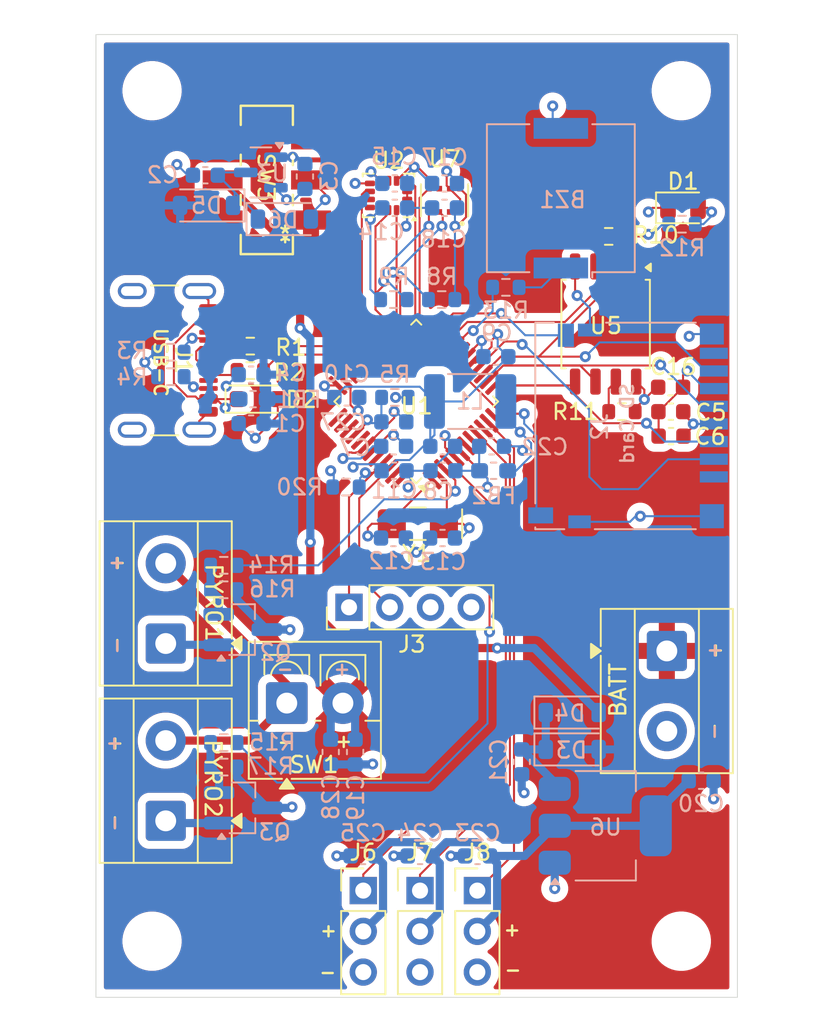
<source format=kicad_pcb>
(kicad_pcb (version 20241229) (generator "pcbnew") (generator_version "9.0")
  (layers (0 "F.Cu" signal "Front") (4 "In1.Cu" power "GND") (6 "In2.Cu" power "3V3") (2 "B.Cu" signal "Back") (13 "F.Paste" user) (15 "B.Paste" user) (5 "F.SilkS" user "F.Silkscreen") (7 "B.SilkS" user "B.Silkscreen") (1 "F.Mask" user) (3 "B.Mask" user) (25 "Edge.Cuts" user))
  (net 0 "")
  (net 1 "GND")
  (net 2 "+BATT")
  (net 3 "+VBUS")
  (net 4 "+3.3V")
  (net 5 "+1V2")
  (net 6 "XIN")
  (net 7 "XOUT")
  (net 8 "+5V")
  (net 9 "Net-(U1-VDDANA)")
  (net 10 "Net-(U1-~{RESET})")
  (net 11 "Net-(D2-A1)")
  (net 12 "Net-(J1-CC1)")
  (net 13 "Net-(J1-CC2)")
  (net 15 "Net-(J1-D--PadA7)")
  (net 16 "Net-(J1-D+-PadA6)")
  (net 18 "SCK")
  (net 20 "CS_SD")
  (net 21 "MISO")
  (net 22 "MOSI")
  (net 24 "SWDIO")
  (net 25 "SWDCLK")
  (net 26 "Net-(Q2-G)")
  (net 27 "Net-(Q3-G)")
  (net 28 "Net-(U1-PA24)")
  (net 29 "Net-(U1-PA25)")
  (net 30 "SDA")
  (net 31 "SCL")
  (net 32 "Net-(U5-~{WP}{slash}IO_{2})")
  (net 33 "Net-(U5-~{HOLD}{slash}~{RESET}{slash}IO_{3})")
  (net 34 "Net-(D1-A)")
  (net 35 "Net-(BZ1-+)")
  (net 36 "BUZZER")
  (net 37 "PYRO1")
  (net 38 "PYRO2")
  (net 41 "PWM1")
  (net 43 "PWM3")
  (net 44 "IMU_EXTI1")
  (net 49 "BAR_EXTI")
  (net 50 "CS_FM")
  (net 51 "IMU_EXTI2")
  (net 53 "PWM2")
  (net 60 "Net-(J9-Pin_1)")
  (net 61 "Net-(J10-Pin_2)")
  (net 62 "Net-(J10-Pin_1)")
  (net 63 "3V3_SW")
  (net 64 "5V_SW")
  (net 65 "DET_B")
  (net 66 "DET_A")
  (net 69 "FP")
  (net 73 "Net-(D5-K)")
  (net 74 "Net-(D3-K)")
  (footprint "TerminalBlock_MetzConnect:TerminalBlock_MetzConnect_Type055_RT01502HDWU_1x02_P5.00mm_Horizontal" (layer "F.Cu") (at 180.5995 94.412 -90)
    (property "Reference" "BATT")
    (property "Value" "Battery_Cell")
  )
  (footprint "MountingHole:MountingHole_3.2mm_M3" (layer "F.Cu") (at 148.5 112.5)
    (property "Reference" "REF**" (hide yes))
    (property "Value" "MountingHole_3.2mm_M3")
  )
  (footprint "Package_SO:SOIC-8_5.3x5.3mm_P1.27mm" (layer "F.Cu") (at 176.784 74.041 -90)
    (property "Reference" "U5")
    (property "Value" "W25Q16JVSS")
  )
  (footprint "Crystal:Crystal_SMD_MicroCrystal_CC7V-T1A-2Pin_3.2x1.5mm_HandSoldering" (layer "F.Cu") (at 165.074 86.487 180)
    (property "Reference" "Y1")
    (property "Value" "32.768kHz")
  )
  (footprint "Connector_PinHeader_2.54mm:PinHeader_1x03_P2.54mm_Vertical" (layer "F.Cu") (at 168.783 109.347)
    (property "Reference" "J8")
    (property "Value" "Conn_01x03_Pin")
  )
  (footprint "MountingHole:MountingHole_3.2mm_M3" (layer "F.Cu") (at 148.5 59.5)
    (property "Reference" "REF**" (hide yes))
    (property "Value" "MountingHole_3.2mm_M3")
  )
  (footprint "Package_LGA:LGA-14_3x2.5mm_P0.5mm_LayoutBorder3x4y" (layer "F.Cu") (at 163.2465 66.028 180)
    (property "Reference" "U2")
    (property "Value" "LSM6DSV80")
  )
  (footprint "DPS368XTSA1:XDCR_DPS368XTSA1" (layer "F.Cu") (at 166.736 66.331 -90)
    (property "Reference" "U7")
    (property "Value" "DPS368XTSA1")
  )
  (footprint "Connector_PinHeader_2.54mm:PinHeader_1x03_P2.54mm_Vertical" (layer "F.Cu") (at 165.209 109.347)
    (property "Reference" "J7")
    (property "Value" "Conn_01x03_Pin")
  )
  (footprint "SW_DPDT:SW_DPDT" (layer "F.Cu") (at 155.6561 65.062 180)
    (property "Reference" "SW3")
    (property "Value" "SW_Slide_DPDT")
  )
  (footprint "Connector_PinHeader_2.54mm:PinHeader_1x03_P2.54mm_Vertical" (layer "F.Cu") (at 161.671 109.347)
    (property "Reference" "J6")
    (property "Value" "Conn_01x03_Pin")
  )
  (footprint "Connector_PinHeader_2.54mm:PinHeader_1x04_P2.54mm_Vertical" (layer "F.Cu") (at 160.782 91.694 90)
    (property "Reference" "J3")
    (property "Value" "Conn_01x04_Pin")
  )
  (footprint "LED_SMD:LED_0805_2012Metric" (layer "F.Cu") (at 181.61 66.802)
    (property "Reference" "D1")
    (property "Value" "LED")
  )
  (footprint "Resistor_SMD:R_0603_1608Metric" (layer "F.Cu") (at 176.974 68.58 180)
    (property "Reference" "R10")
    (property "Value" "10k")
  )
  (footprint "Resistor_SMD:R_0603_1608Metric" (layer "F.Cu") (at 154.625 75.418)
    (property "Reference" "R1")
    (property "Value" "22")
  )
  (footprint "Resistor_SMD:R_0603_1608Metric" (layer "F.Cu") (at 154.625 76.942)
    (property "Reference" "R2")
    (property "Value" "22")
  )
  (footprint "Capacitor_SMD:C_0603_1608Metric" (layer "F.Cu") (at 180.848 79.502 180)
    (property "Reference" "C5")
    (property "Value" "10uF")
  )
  (footprint "TerminalBlock_4Ucon:TerminalBlock_4Ucon_1x02_P3.50mm_Vertical" (layer "F.Cu") (at 156.901 97.663)
    (property "Reference" "SW1")
    (property "Value" "SW_SPST")
  )
  (footprint "Package_QFP:TQFP-48_7x7mm_P0.5mm" (layer "F.Cu") (at 164.973 78.867 135)
    (property "Reference" "U1")
    (property "Value" "ATSAMD21G18A-A")
  )
  (footprint "Resistor_SMD:R_0603_1608Metric" (layer "F.Cu") (at 177.8 79.502 180)
    (property "Reference" "R11")
    (property "Value" "10k")
  )
  (footprint "TerminalBlock_MetzConnect:TerminalBlock_MetzConnect_Type055_RT01502HDWU_1x02_P5.00mm_Horizontal" (layer "F.Cu") (at 149.352 105 90)
    (property "Reference" "PYRO2")
    (property "Value" "Screw_Terminal_01x02")
  )
  (footprint "Connector_USB:USB_C_Receptacle_GCT_USB4105-xx-A_16P_TopMnt_Horizontal" (layer "F.Cu") (at 148.339 76.307 -90)
    (property "Reference" "J1")
    (property "Value" "USB_C_Receptacle_USB2.0_16P")
  )
  (footprint "Capacitor_SMD:C_0603_1608Metric" (layer "F.Cu") (at 180.835 77.978)
    (property "Reference" "C16")
    (property "Value" "100nF")
  )
  (footprint "Capacitor_SMD:C_0603_1608Metric" (layer "F.Cu") (at 180.861 81.026 180)
    (property "Reference" "C6")
    (property "Value" "100nF")
  )
  (footprint "TerminalBlock_MetzConnect:TerminalBlock_MetzConnect_Type055_RT01502HDWU_1x02_P5.00mm_Horizontal" (layer "F.Cu") (at 149.352 93.951 90)
    (property "Reference" "PYRO1")
    (property "Value" "Screw_Terminal_01x02")
  )
  (footprint "MountingHole:MountingHole_3.2mm_M3" (layer "F.Cu") (at 181.5 59.5)
    (property "Reference" "REF**" (hide yes))
    (property "Value" "MountingHole_3.2mm_M3")
  )
  (footprint "MountingHole:MountingHole_3.2mm_M3" (layer "F.Cu") (at 181.5 112.5)
    (property "Reference" "REF**" (hide yes))
    (property "Value" "MountingHole_3.2mm_M3")
  )
  (footprint "Diode_SMD:D_SOD-323_HandSoldering" (layer "F.Cu") (at 155.09 78.72)
    (property "Reference" "D2")
    (property "Value" "D_TVS")
  )
  (footprint "Resistor_SMD:R_0603_1608Metric" (layer "B.Cu") (at 152.971 89.078 180)
    (property "Reference" "R14")
    (property "Value" "220")
  )
  (footprint "Capacitor_SMD:C_0603_1608Metric" (layer "B.Cu") (at 159.639 100.711 -90)
    (property "Reference" "C28")
    (property "Value" "100uF")
  )
  (footprint "Diode_SMD:D_SOD-123" (layer "B.Cu") (at 174.7 98.25)
    (property "Reference" "D4")
    (property "Value" "D_Schottky")
  )
  (footprint "Inductor_SMD:L_1812_4532Metric_Pad1.30x3.40mm_HandSolder" (layer "B.Cu") (at 168.336 78.867 180)
    (property "Reference" "L1")
    (property "Value" "10uH")
  )
  (footprint "Capacitor_SMD:C_0603_1608Metric" (layer "B.Cu") (at 163.589 83.185)
    (property "Reference" "C11")
    (property "Value" "100nF")
  )
  (footprint "Capacitor_SMD:C_0603_1608Metric" (layer "B.Cu") (at 171.55 101.325 -90)
    (property "Reference" "C21")
    (property "Value" "1uF")
  )
  (footprint "Inductor_SMD:L_0603_1608Metric_Pad1.05x0.95mm_HandSolder" (layer "B.Cu") (at 154.802 78.72 180)
    (property "Reference" "FB1")
    (property "Value" "600@100MHz")
  )
  (footprint "Diode_SMD:D_SOD-123" (layer "B.Cu") (at 174.7 100.55)
    (property "Reference" "D3")
    (property "Value" "D_Schottky")
  )
  (footprint "Diode_SMD:D_SOD-123" (layer "B.Cu") (at 151.9 66.65 180)
    (property "Reference" "D5")
    (property "Value" "D_Schottky")
  )
  (footprint "Capacitor_SMD:C_0603_1608Metric" (layer "B.Cu") (at 154.676 77.196 180)
    (property "Reference" "C4")
    (property "Value" "4.7uF")
  )
  (footprint "Capacitor_SMD:C_0603_1608Metric" (layer "B.Cu") (at 166.637 83.185 180)
    (property "Reference" "C8")
    (property "Value" "100nF")
  )
  (footprint "Resistor_SMD:R_0603_1608Metric" (layer "B.Cu") (at 170.561 71.755)
    (property "Reference" "R13")
    (property "Value" "R_US")
  )
  (footprint "Resistor_SMD:R_0603_1608Metric" (layer "B.Cu") (at 163.639 78.613 180)
    (property "Reference" "R5")
    (property "Value" "10k")
  )
  (footprint "Capacitor_SMD:C_0603_1608Metric" (layer "B.Cu") (at 163.634 65.278 180)
    (property "Reference" "C15")
    (property "Value" "100nF")
  )
  (footprint "Capacitor_SMD:C_0603_1608Metric" (layer "B.Cu") (at 166.738 65.278)
    (property "Reference" "C18")
    (property "Value" "100nF")
  )
  (footprint "Capacitor_SMD:C_0603_1608Metric" (layer "B.Cu") (at 166.738 66.802 180)
    (property "Reference" "C17")
    (property "Value" "100nF")
  )
  (footprint "Resistor_SMD:R_0603_1608Metric" (layer "B.Cu") (at 166.561 72.517 180)
    (property "Reference" "R8")
    (property "Value" "10k")
  )
  (footprint "Resistor_SMD:R_0603_1608Metric" (layer "B.Cu") (at 160.591 84.201)
    (property "Reference" "R20")
    (property "Value" "1k")
  )
  (footprint "Capacitor_SMD:C_0603_1608Metric" (layer "B.Cu") (at 154.676 80.244 180)
    (property "Reference" "C1")
    (property "Value" "100nF")
  )
  (footprint "Package_TO_SOT_SMD:SOT-23_Handsoldering" (layer "B.Cu") (at 154.178 104.191)
    (property "Reference" "Q3")
    (property "Value" "NMOS")
  )
  (footprint "Diode_SMD:D_SOD-123" (layer "B.Cu") (at 156.75 67.5)
    (property "Reference" "D6")
    (property "Value" "D_Schottky")
  )
  (footprint "Resistor_SMD:R_0603_1608Metric" (layer "B.Cu") (at 163.577 72.517 180)
    (property "Reference" "R9")
    (property "Value" "10k")
  )
  (footprint "Connector_Card:microSD_HC_Hirose_DM3D-SF" (layer "B.Cu") (at 178.181 80.391 -90)
    (property "Reference" "J2")
    (property "Value" "Micro_SD_Card_Det_Hirose_DM3AT")
  )
  (footprint "Package_TO_SOT_SMD:SOT-23" (layer "B.Cu") (at 155.2855 64.594 180)
    (property "Reference" "U3")
    (property "Value" "MCP1702x-330xxTT")
  )
  (footprint "Capacitor_SMD:C_0603_1608Metric" (layer "B.Cu") (at 163.55 87.376)
    (property "Reference" "C12")
    (property "Value" "20pF")
  )
  (footprint "Resistor_SMD:R_0603_1608Metric" (layer "B.Cu") (at 149.673 77.323 180)
    (property "Reference" "R4")
    (property "Value" "5.1k")
  )
  (footprint "Capacitor_SMD:C_0603_1608Metric" (layer "B.Cu") (at 165.214 107.188 180)
    (property "Reference" "C24")
    (property "Value" "100nF")
  )
  (footprint "Buzzer_Beeper:Buzzer_Murata_PKMCS0909E" (layer "B.Cu") (at 173.99 66.199 90)
    (property "Reference" "BZ1")
    (property "Value" "Buzzer")
  )
  (footprint "Resistor_SMD:R_0603_1608Metric" (layer "B.Cu") (at 152.971 90.602)
    (property "Reference" "R16")
    (property "Value" "10k")
  )
  (footprint "Inductor_SMD:L_0603_1608Metric_Pad1.05x0.95mm_HandSolder" (layer "B.Cu") (at 169.799 83.185 180)
    (property "Reference" "FB2")
    (property "Value" "220@100MHz")
  )
  (footprint "Capacitor_SMD:C_0603_1608Metric" (layer "B.Cu") (at 166.611 87.376 180)
    (property "Reference" "C13")
    (property "Value" "20pF")
  )
  (footprint "Resistor_SMD:R_0603_1608Metric" (layer "B.Cu") (at 152.971 101.651)
    (property "Reference" "R17")
    (property "Value" "10k")
  )
  (footprint "Capacitor_SMD:C_0603_1608Metric" (layer "B.Cu") (at 160.642 78.613)
    (property "Reference" "C10")
    (property "Value" "100nF")
  )
  (footprint "Resistor_SMD:R_0603_1608Metric" (layer "B.Cu") (at 181.547 67.818 180)
    (property "Reference" "R12")
    (property "Value" "33")
  )
  (footprint "Capacitor_SMD:C_0603_1608Metric" (layer "B.Cu") (at 163.634 66.802)
    (property "Reference" "C14")
    (property "Value" "100nF")
  )
  (footprint "Capacitor_SMD:C_0603_1608Metric" (layer "B.Cu") (at 163.576 80.137)
    (property "Reference" "C27")
    (property "Value" "100nF")
  )
  (footprint "Capacitor_SMD:C_0603_1608Metric" (layer "B.Cu") (at 166.624 81.661)
    (property "Reference" "C26" (hide yes))
    (property "Value" "10uF")
  )
  (footprint "Package_TO_SOT_SMD:SOT-223-3_TabPin2" (layer "B.Cu") (at 176.759 105.308)
    (property "Reference" "U6")
    (property "Value" "LD1117S50TR_SOT223")
  )
  (footprint "Capacitor_SMD:C_0603_1608Metric" (layer "B.Cu") (at 161.163 100.711 -90)
    (property "Reference" "C19")
    (property "Value" "1uF")
  )
  (footprint "Capacitor_SMD:C_0603_1608Metric" (layer "B.Cu") (at 161.658 107.188 180)
    (property "Reference" "C25")
    (property "Value" "100nF")
  )
  (footprint "Resistor_SMD:R_0603_1608Metric" (layer "B.Cu") (at 152.972 100.127 180)
    (property "Reference" "R15")
    (property "Value" "220")
  )
  (footprint "Capacitor_SMD:C_0603_1608Metric" (layer "B.Cu") (at 169.939 76.073 180)
    (property "Reference" "C9")
    (property "Value" "100nF")
  )
  (footprint "Package_TO_SOT_SMD:SOT-23_Handsoldering" (layer "B.Cu") (at 154.154 93.081)
    (property "Reference" "Q2")
    (property "Value" "NMOS")
  )
  (footprint "Capacitor_SMD:C_0603_1608Metric" (layer "B.Cu") (at 158.031 64.848 90)
    (property "Reference" "C3")
    (property "Value" "4.7uF")
  )
  (footprint "Capacitor_SMD:C_0603_1608Metric" (layer "B.Cu") (at 182.74 102.5)
    (property "Reference" "C20")
    (property "Value" "4.7uF")
  )
  (footprint "Capacitor_SMD:C_0603_1608Metric" (layer "B.Cu") (at 151.822 64.768 180)
    (property "Reference" "C2")
    (property "Value" "1uF")
  )
  (footprint "Resistor_SMD:R_0603_1608Metric" (layer "B.Cu") (at 149.673 75.799 180)
    (property "Reference" "R3")
    (property "Value" "5.1k")
  )
  (footprint "Capacitor_SMD:C_0603_1608Metric" (layer "B.Cu") (at 169.672 81.661)
    (property "Reference" "C22")
    (property "Value" "10uF")
  )
  (footprint "Capacitor_SMD:C_0603_1608Metric" (layer "B.Cu") (at 168.796 107.188 180)
    (property "Reference" "C23")
    (property "Value" "100nF")
  )
  (footprint "Capacitor_SMD:C_0603_1608Metric" (layer "B.Cu") (at 163.563 81.661 180)
    (property "Reference" "C7")
    (property "Value" "1uF")
  )
  (gr_rect (start 145 56) (end 185 116) (stroke (width 0.05)) (fill no) (layer "Edge.Cuts"))
  (gr_text "+" (at 145.6 100.6 0) (layer "F.SilkS") (effects (font (size 0.8128 0.8128) (thickness 0.1524) (bold yes)) (justify left bottom)))
  (gr_text "+" (at 145.75 89.35 0) (layer "F.SilkS") (effects (font (size 0.8128 0.8128) (thickness 0.1524) (bold yes)) (justify left bottom)))
  (gr_text "-" (at 170.4 114.75 0) (layer "F.SilkS") (effects (font (size 0.8128 0.8128) (thickness 0.1524) (bold yes)) (justify left bottom)))
  (gr_text "+" (at 183.05 94.8 0) (layer "F.SilkS") (effects (font (size 0.8128 0.8128) (thickness 0.1524) (bold yes)) (justify left bottom)))
  (gr_text "-" (at 158.85 114.9 0) (layer "F.SilkS") (effects (font (size 0.8128 0.8128) (thickness 0.1524) (bold yes)) (justify left bottom)))
  (gr_text "-" (at 156.25 100.55 0) (layer "F.SilkS") (effects (font (size 0.8128 0.8128) (thickness 0.1524) (bold yes)) (justify left bottom)))
  (gr_text "-" (at 146.6 105.7 90) (layer "F.SilkS") (effects (font (size 0.8128 0.8128) (thickness 0.1524) (bold yes)) (justify left bottom)))
  (gr_text "-" (at 184 100 90) (layer "F.SilkS") (effects (font (size 0.8128 0.8128) (thickness 0.1524) (bold yes)) (justify left bottom)))
  (gr_text "-" (at 146.75 94.65 90) (layer "F.SilkS") (effects (font (size 0.8128 0.8128) (thickness 0.1524) (bold yes)) (justify left bottom)))
  (gr_text "+" (at 158.9 112.3 0) (layer "F.SilkS") (effects (font (size 0.8128 0.8128) (thickness 0.1524) (bold yes)) (justify left bottom)))
  (gr_text "+" (at 170.35 112.25 0) (layer "F.SilkS") (effects (font (size 0.8128 0.8128) (thickness 0.1524) (bold yes)) (justify left bottom)))
  (gr_text "USB-C" (at 148.55 74.2 270) (layer "F.SilkS") (effects (font (size 0.8128 0.8128) (thickness 0.1524) (bold yes)) (justify left bottom)))
  (gr_text "+" (at 159.85 100.5 0) (layer "F.SilkS") (effects (font (size 0.8128 0.8128) (thickness 0.1524) (bold yes)) (justify left bottom)))
  (gr_text "+" (at 160.95 96 0) (layer "B.SilkS") (effects (font (size 0.8128 0.8128) (thickness 0.1524) (bold yes)) (justify left bottom mirror)))
  (gr_text "-" (at 146.75 93.5 90) (layer "B.SilkS") (effects (font (size 0.8128 0.8128) (thickness 0.1524) (bold yes)) (justify left bottom mirror)))
  (gr_text "+" (at 146.75 100.6 0) (layer "B.SilkS") (effects (font (size 0.8128 0.8128) (thickness 0.1524) (bold yes)) (justify left bottom mirror)))
  (gr_text "-" (at 146.6 104.55 90) (layer "B.SilkS") (effects (font (size 0.8128 0.8128) (thickness 0.1524) (bold yes)) (justify left bottom mirror)))
  (gr_text "-" (at 157.4 96 0) (layer "B.SilkS") (effects (font (size 0.8128 0.8128) (thickness 0.1524) (bold yes)) (justify left bottom mirror)))
  (gr_text "+" (at 184.2 94.8 0) (layer "B.SilkS") (effects (font (size 0.8128 0.8128) (thickness 0.1524) (bold yes)) (justify left bottom mirror)))
  (gr_text "+" (at 146.9 89.35 0) (layer "B.SilkS") (effects (font (size 0.8128 0.8128) (thickness 0.1524) (bold yes)) (justify left bottom mirror)))
  (gr_text "SD Card" (at 178.6 77.65 90) (layer "B.SilkS") (effects (font (size 0.8128 0.8128) (thickness 0.1524) (bold yes)) (justify left bottom mirror)))
  (gr_text "-" (at 184 98.85 90) (layer "B.SilkS") (effects (font (size 0.8128 0.8128) (thickness 0.1524) (bold yes)) (justify left bottom mirror)))
  (segment (start 160.782 82.042) (end 160.94753 82.042) (width 0.127) (layer "F.Cu") (net 1))
  (segment (start 161.192831 82.069463) (end 161.220294 82.042) (width 0.127) (layer "F.Cu") (net 1))
  (segment (start 180.086 81.026) (end 180.086 79.515) (width 0.127) (layer "F.Cu") (net 1))
  (segment (start 161.217409 79.429409) (end 161.356175 79.429409) (width 0.127) (layer "F.Cu") (net 1))
  (segment (start 179.705 66.802) (end 179.451 67.056) (width 0.127) (layer "F.Cu") (net 1))
  (segment (start 167.711 67.056) (end 167.711 66.256) (width 0.127) (layer "F.Cu") (net 1))
  (segment (start 156.34 78.72) (end 156.34 79.753) (width 0.127) (layer "F.Cu") (net 1))
  (segment (start 152.019 79.507) (end 151.444 80.082) (width 0.127) (layer "F.Cu") (net 1))
  (segment (start 161.220294 82.042) (end 161.444446 82.042) (width 0.127) (layer "F.Cu") (net 1))
  (segment (start 152.019 72.562) (end 151.444 71.987) (width 0.127) (layer "F.Cu") (net 1))
  (segment (start 168.093109 76.029204) (end 168.093109 76.100445) (width 0.127) (layer "F.Cu") (net 1))
  (segment (start 160.94753 82.042) (end 160.974993 82.069463) (width 0.127) (layer "F.Cu") (net 1))
  (segment (start 167.386002 82.340662) (end 166.771892 81.726552) (width 0.127) (layer "F.Cu") (net 1))
  (segment (start 180.086 79.502) (end 181.61 77.978) (width 0.127) (layer "F.Cu") (net 1))
  (segment (start 167.711 66.256) (end 167.061 65.606) (width 0.127) (layer "F.Cu") (net 1))
  (segment (start 160.974993 82.069463) (end 161.192831 82.069463) (width 0.127) (layer "F.Cu") (net 1))
  (segment (start 152.019 73.107) (end 152.019 72.562) (width 0.127) (layer "F.Cu") (net 1))
  (segment (start 160.874585 77.950565) (end 160.874585 79.086585) (width 0.127) (layer "F.Cu") (net 1))
  (segment (start 180.086 79.515) (end 180.073 79.502) (width 0.127) (layer "F.Cu") (net 1))
  (segment (start 180.6725 66.802) (end 179.705 66.802) (width 0.127) (layer "F.Cu") (net 1))
  (segment (start 174.879 70.4535) (end 174.879 72.136) (width 0.127) (layer "F.Cu") (net 1))
  (segment (start 162.15 64.55) (end 162.181 64.55) (width 0.127) (layer "F.Cu") (net 1))
  (segment (start 156.34 79.753) (end 154.94 81.153) (width 0.127) (layer "F.Cu") (net 1))
  (segment (start 169.049852 75.072461) (end 168.093109 76.029204) (width 0.127) (layer "F.Cu") (net 1))
  (segment (start 162.7155 65.1155) (end 163.2465 65.1155) (width 0.127) (layer "F.Cu") (net 1))
  (segment (start 151.444 80.082) (end 151.444 80.627) (width 0.127) (layer "F.Cu") (net 1))
  (segment (start 160.401 82.423) (end 160.782 82.042) (width 0.127) (layer "F.Cu") (net 1))
  (segment (start 163.596554 79.889892) (end 163.596554 79.490107) (width 0.127) (layer "F.Cu") (net 1))
  (segment (start 181.61 77.216) (end 181.864 76.962) (width 0.127) (layer "F.Cu") (net 1))
  (segment (start 164.409 66.778) (end 164.409 67.874) (width 0.127) (layer "F.Cu") (net 1))
  (segment (start 181.61 77.978) (end 181.61 77.216) (width 0.127) (layer "F.Cu") (net 1))
  (segment (start 161.852891 81.633555) (end 163.596554 79.889892) (width 0.127) (layer "F.Cu") (net 1))
  (segment (start 162.15 64.55) (end 162.7155 65.1155) (width 0.127) (layer "F.Cu") (net 1))
  (segment (start 162.181 64.55) (end 162.7465 65.1155) (width 0.127) (layer "F.Cu") (net 1))
  (segment (start 160.874585 79.086585) (end 161.217409 79.429409) (width 0.127) (layer "F.Cu") (net 1))
  (segment (start 180.073 79.502) (end 180.086 79.502) (width 0.127) (layer "F.Cu") (net 1))
  (segment (start 161.444446 82.042) (end 161.852891 81.633555) (width 0.127) (layer "F.Cu") (net 1))
  (segment (start 164.409 65.778) (end 164.409 66.278) (width 0.127) (layer "F.Cu") (net 1))
  (segment (start 164.409 67.874) (end 164.338 67.945) (width 0.127) (layer "F.Cu") (net 1))
  (segment (start 166.870516 64.516) (end 166.870516 65.415516) (width 0.127) (layer "F.Cu") (net 1))
  (segment (start 166.870516 65.415516) (end 167.061 65.606) (width 0.127) (layer "F.Cu") (net 1))
  (segment (start 174.879 72.136) (end 175.006 72.263) (width 0.127) (layer "F.Cu") (net 1))
  (segment (start 164.409 66.278) (end 164.409 66.778) (width 0.127) (layer "F.Cu") (net 1))
  (segment (start 160.438678 77.514658) (end 160.874585 77.950565) (width 0.127) (layer "F.Cu") (net 1))
  (segment (start 166.771892 81.726552) (end 166.771892 80.993091) (width 0.127) (layer "F.Cu") (net 1))
  (via (at 183.515 103.632) (size 0.6858) (drill 0.3302) (layers "F.Cu" "B.Cu") (net 1))
  (via (at 181.864 76.962) (size 0.6858) (drill 0.3302) (layers "F.Cu" "B.Cu") (net 1))
  (via (at 160.02 107.188) (size 0.6858) (drill 0.3302) (layers "F.Cu" "B.Cu") (net 1))
  (via (at 163.596554 79.490107) (size 0.6858) (drill 0.3302) (layers "F.Cu" "B.Cu") (net 1))
  (via (at 173.609 109.22) (size 0.6858) (drill 0.3302) (layers "F.Cu" "B.Cu") (net 1))
  (via (at 164.465 84.201) (size 0.6858) (drill 0.3302) (layers "F.Cu" "B.Cu") (net 1))
  (via (at 171.6024 81.915) (size 0.6858) (drill 0.3302) (layers "F.Cu" "B.Cu") (net 1))
  (via (at 160.401 82.423) (size 0.6858) (drill 0.3302) (layers "F.Cu" "B.Cu") (net 1))
  (via (at 150.05 64.1) (size 0.6858) (drill 0.3302) (layers "F.Cu" "B.Cu") (net 1))
  (via (at 173.482 60.452) (size 0.6858) (drill 0.3302) (layers "F.Cu" "B.Cu") (net 1))
  (via (at 179.451 67.056) (size 0.6858) (drill 0.3302) (layers "F.Cu" "B.Cu") (net 1))
  (via (at 157.226 104.14) (size 0.6858) (drill 0.3302) (layers "F.Cu" "B.Cu") (net 1))
  (via (at 157.269 63.644) (size 0.6858) (drill 0.3302) (layers "F.Cu" "B.Cu") (net 1))
  (via (at 167.132 107.188) (size 0.6858) (drill 0.3302) (layers "F.Cu" "B.Cu") (net 1))
  (via (at 157.099 93.091) (size 0.6858) (drill 0.3302) (layers "F.Cu" "B.Cu") (net 1))
  (via (at 169.049852 75.072461) (size 0.6858) (drill 0.3302) (layers "F.Cu" "B.Cu") (net 1))
  (via (at 181.991 74.803) (size 0.6858) (drill 0.3302) (layers "F.Cu" "B.Cu") (net 1))
  (via (at 154.94 81.153) (size 0.6858) (drill 0.3302) (layers "F.Cu" "B.Cu") (net 1))
  (via (at 166.870516 64.516) (size 0.6858) (drill 0.3302) (layers "F.Cu" "B.Cu") (net 1))
  (via (at 162.15 64.55) (size 0.6858) (drill 0.3302) (layers "F.Cu" "B.Cu") (net 1))
  (via (at 164.338 67.945) (size 0.6858) (drill 0.3302) (layers "F.Cu" "B.Cu") (net 1))
  (via (at 161.356175 79.429409) (size 0.6858) (drill 0.3302) (layers "F.Cu" "B.Cu") (net 1))
  (via (at 148.05025 76.42225) (size 0.6858) (drill 0.3302) (layers "F.Cu" "B.Cu") (net 1))
  (via (at 178.943 86.016) (size 0.6858) (drill 0.3302) (layers "F.Cu" "B.Cu") (net 1))
  (via (at 163.576 107.188) (size 0.6858) (drill 0.3302) (layers "F.Cu" "B.Cu") (net 1))
  (via (at 164.973 88.265) (size 0.6858) (drill 0.3302) (layers "F.Cu" "B.Cu") (net 1))
  (via (at 175.006 72.263) (size 0.6858) (drill 0.3302) (layers "F.Cu" "B.Cu") (net 1))
  (via (at 153.123177 77.917367) (size 0.6858) (drill 0.3302) (layers "F.Cu" "B.Cu") (net 1))
  (via (at 162.255 101.46) (size 0.6858) (drill 0.3302) (layers "F.Cu" "B.Cu") (net 1))
  (via (at 171.7 103.25) (size 0.6858) (drill 0.3302) (layers "F.Cu" "B.Cu") (net 1))
  (via (at 166.771892 80.993091) (size 0.6858) (drill 0.3302) (layers "F.Cu" "B.Cu") (net 1))
  (segment (start 155.654 93.081) (end 157.089 93.081) (width 0.508) (layer "B.Cu") (net 1))
  (segment (start 157.089 93.081) (end 157.099 93.091) (width 0.508) (layer "B.Cu") (net 1))
  (segment (start 182.128 74.666) (end 181.991 74.803) (width 0.127) (layer "B.Cu") (net 1))
  (segment (start 161.417 79.368584) (end 161.356175 79.429409) (width 0.127) (layer "B.Cu") (net 1))
  (segment (start 162.229 101.486) (end 162.255 101.46) (width 0.508) (layer "B.Cu") (net 1))
  (segment (start 167.513 65.158484) (end 167.513 65.278) (width 0.127) (layer "B.Cu") (net 1))
  (segment (start 165.836 87.656) (end 165.227 88.265) (width 0.127) (layer "B.Cu") (net 1))
  (segment (start 164.325 87.617) (end 164.973 88.265) (width 0.127) (layer "B.Cu") (net 1))
  (segment (start 159.639 101.486) (end 161.163 101.486) (width 0.508) (layer "B.Cu") (net 1))
  (segment (start 161.508152 82.423) (end 162.270152 81.661) (width 0.127) (layer "B.Cu") (net 1))
  (segment (start 153.796 91.223) (end 155.654 93.081) (width 0.508) (layer "B.Cu") (net 1))
  (segment (start 164.409 66.802) (end 165.963 66.802) (width 0.127) (layer "B.Cu") (net 1))
  (segment (start 164.325 87.376) (end 164.325 87.617) (width 0.127) (layer "B.Cu") (net 1))
  (segment (start 169.049852 75.958852) (end 169.164 76.073) (width 0.127) (layer "B.Cu") (net 1))
  (segment (start 153.796 90.602) (end 153.796 91.223) (width 0.508) (layer "B.Cu") (net 1))
  (segment (start 160.401 82.423) (end 161.508152 82.423) (width 0.127) (layer "B.Cu") (net 1))
  (segment (start 160.883 107.188) (end 160.02 107.188) (width 0.508) (layer "B.Cu") (net 1))
  (segment (start 170.674 81.661) (end 170.674 81.548) (width 0.127) (layer "B.Cu") (net 1))
  (segment (start 164.439 107.188) (end 163.576 107.188) (width 0.508) (layer "B.Cu") (net 1))
  (segment (start 154.81 81.153) (end 153.901 80.244) (width 0.127) (layer "B.Cu") (net 1))
  (segment (start 165.227 88.265) (end 164.973 88.265) (width 0.127) (layer "B.Cu") (net 1))
  (segment (start 165.836 87.376) (end 165.836 87.656) (width 0.127) (layer "B.Cu") (net 1))
  (segment (start 162.15 64.55) (end 162.859 65.259) (width 0.127) (layer "B.Cu") (net 1))
  (segment (start 154.94 81.153) (end 154.81 81.153) (width 0.127) (layer "B.Cu") (net 1))
  (segment (start 150.718 64.768) (end 151.047 64.768) (width 0.127) (layer "B.Cu") (net 1))
  (segment (start 153.796 101.651) (end 153.796 102.309) (width 0.508) (layer "B.Cu") (net 1))
  (segment (start 175.806 73.063) (end 175.806 74.416) (width 0.127) (layer "B.Cu") (net 1))
  (segment (start 148.05025 76.52525) (end 148.848 77.323) (width 0.127) (layer "B.Cu") (net 1))
  (segment (start 181.864 76.962) (end 182.968 78.066) (width 0.127) (layer "B.Cu") (net 1))
  (segment (start 166.771892 80.993091) (end 166.771892 81.033892) (width 0.127) (layer "B.Cu") (net 1))
  (segment (start 164.618 84.048) (end 164.465 84.201) (width 0.127) (layer "B.Cu") (net 1))
  (segment (start 164.409 67.874) (end 164.338 67.945) (width 0.127) (layer "B.Cu") (net 1))
  (segment (start 161.417 78.613) (end 161.417 79.368584) (width 0.127) (layer "B.Cu") (net 1))
  (segment (start 157.175 104.191) (end 157.226 104.14) (width 0.508) (layer "B.Cu") (net 1))
  (segment (start 173.609 107.608) (end 173.609 109.22) (width 0.508) (layer "B.Cu") (net 1))
  (segment (start 164.409 66.802) (end 164.409 67.874) (width 0.127) (layer "B.Cu") (net 1))
  (segment (start 182.968 78.066) (end 183.531 78.066) (width 0.127) (layer "B.Cu") (net 1))
  (segment (start 153.844544 77.196) (end 153.123177 77.917367) (width 0.127) (layer "B.Cu") (net 1))
  (segment (start 178.302 86.366) (end 175.156 86.366) (width 0.127) (layer "B.Cu") (net 1))
  (segment (start 148.05025 76.42225) (end 148.6735 75.799) (width 0.127) (layer "B.Cu") (net 1))
  (segment (start 178.652 86.016) (end 178.302 86.366) (width 0.127) (layer "B.Cu") (net 1))
  (segment (start 163.596554 79.490107) (end 163.704107 79.490107) (width 0.127) (layer "B.Cu") (net 1))
  (segment (start 173.482 61.341) (end 173.99 61.849) (width 0.127) (layer "B.Cu") (net 1))
  (segment (start 148.6735 75.799) (end 148.848 75.799) (width 0.127) (layer "B.Cu") (net 1))
  (segment (start 171.6024 81.915) (end 171.6024 81.795672) (width 0.127) (layer "B.Cu") (net 1))
  (segment (start 153.796 102.309) (end 155.678 104.191) (width 0.508) (layer "B.Cu") (net 1))
  (segment (start 171.55 103.1) (end 171.7 103.25) (width 0.508) (layer "B.Cu") (net 1))
  (segment (start 148.05025 76.42225) (end 148.05025 76.52525) (width 0.127) (layer "B.Cu") (net 1))
  (segment (start 178.943 86.016) (end 178.652 86.016) (width 0.127) (layer "B.Cu") (net 1))
  (segment (start 150.05 64.1) (end 150.718 64.768) (width 0.127) (layer "B.Cu") (net 1))
  (segment (start 166.771892 81.033892) (end 167.399 81.661) (width 0.127) (layer "B.Cu") (net 1))
  (segment (start 161.163 101.486) (end 162.229 101.486) (width 0.508) (layer "B.Cu") (net 1))
  (segment (start 157.602 63.644) (end 158.031 64.073) (width 0.127) (layer "B.Cu") (net 1))
  (segment (start 157.269 63.644) (end 157.396 63.644) (width 0.127) (layer "B.Cu") (net 1))
  (segment (start 164.618 83.185) (end 164.618 84.048) (width 0.127) (layer "B.Cu") (net 1))
  (segment (start 166.870516 64.516) (end 167.513 65.158484) (width 0.127) (layer "B.Cu") (net 1))
  (segment (start 173.482 60.452) (end 173.482 61.341) (width 0.127) (layer "B.Cu") (net 1))
  (segment (start 166.09 83.185) (end 166.09 82.97) (width 0.127) (layer "B.Cu") (net 1))
  (segment (start 156.223 63.644) (end 157.269 63.644) (width 0.127) (layer "B.Cu") (net 1))
  (segment (start 153.901 77.196) (end 153.844544 77.196) (width 0.127) (layer "B.Cu") (net 1))
  (segment (start 163.704107 79.490107) (end 164.351 80.137) (width 0.127) (layer "B.Cu") (net 1))
  (segment (start 166.09 83.185) (end 164.618 83.185) (width 0.127) (layer "B.Cu") (net 1))
  (segment (start 175.006 72.263) (end 175.806 73.063) (width 0.127) (layer "B.Cu") (net 1))
  (segment (start 157.269 63.644) (end 157.602 63.644) (width 0.127) (layer "B.Cu") (net 1))
  (segment (start 168.021 107.188) (end 167.132 107.188) (width 0.508) (layer "B.Cu") (net 1))
  (segment (start 183.406 74.666) (end 182.128 74.666) (width 0.127) (layer "B.Cu") (net 1))
  (segment (start 155.678 104.191) (end 157.175 104.191) (width 0.508) (layer "B.Cu") (net 1))
  (segment (start 171.55 102.1) (end 171.55 103.1) (width 0.508) (layer "B.Cu") (net 1))
  (segment (start 166.09 82.97) (end 167.399 81.661) (width 0.127) (layer "B.Cu") (net 1))
  (segment (start 178.943 86.016) (end 183.406 86.016) (width 0.127) (layer "B.Cu") (net 1))
  (segment (start 162.270152 81.661) (end 162.788 81.661) (width 0.127) (layer "B.Cu") (net 1))
  (segment (start 151.048 64.769) (end 151.047 64.768) (width 0.127) (layer "B.Cu") (net 1))
  (segment (start 183.515 102.5) (end 183.515 103.632) (width 0.508) (layer "B.Cu") (net 1))
  (segment (start 171.467728 81.661) (end 170.447 81.661) (width 0.127) (layer "B.Cu") (net 1))
  (segment (start 169.049852 75.072461) (end 169.049852 75.958852) (width 0.127) (layer "B.Cu") (net 1))
  (segment (start 171.6024 81.795672) (end 171.467728 81.661) (width 0.127) (layer "B.Cu") (net 1))
  (segment (start 161.163 99.936) (end 161.163 98.425) (width 0.508) (layer "B.Cu") (net 2))
  (segment (start 161.163 98.425) (end 160.401 97.663) (width 0.508) (layer "B.Cu") (net 2))
  (segment (start 159.639 99.936) (end 159.639 98.425) (width 0.508) (layer "B.Cu") (net 2))
  (segment (start 159.639 98.425) (end 160.401 97.663) (width 0.508) (layer "B.Cu") (net 2))
  (segment (start 179.197 78.1365) (end 179.197 78.74) (width 0.127) (layer "F.Cu") (net 4))
  (segment (start 168.0775 67.3805) (end 168.0775 65.9725) (width 0.127) (layer "F.Cu") (net 4))
  (segment (start 162.7465 66.9405) (end 162.690851 66.9405) (width 0.127) (layer "F.Cu") (net 4))
  (segment (start 162.084 65.278) (end 161.163 65.278) (width 0.127) (layer "F.Cu") (net 4))
  (segment (start 181.623 79.642) (end 182.245 80.264) (width 0.127) (layer "F.Cu") (net 4))
  (segment (start 179.451 68.453) (end 179.324 68.58) (width 0.127) (layer "F.Cu") (net 4))
  (segment (start 178.689 77.6285) (end 179.197 78.1365) (width 0.127) (layer "F.Cu") (net 4))
  (segment (start 164.592 64.262) (end 163.7465 65.1075) (width 0.127) (layer "F.Cu") (net 4))
  (segment (start 181.623 79.502) (end 181.623 79.642) (width 0.127) (layer "F.Cu") (net 4))
  (segment (start 162.690851 66.9405) (end 162.1134 67.517951) (width 0.127) (layer "F.Cu") (net 4))
  (segment (start 167.386581 67.945003) (end 167.512997 67.945003) (width 0.127) (layer "F.Cu") (net 4))
  (segment (start 164.846 64.262) (end 164.592 64.262) (width 0.127) (layer "F.Cu") (net 4))
  (segment (start 178.625 79.312) (end 179.197 78.74) (width 0.127) (layer "F.Cu") (net 4))
  (segment (start 180.06 77.978) (end 179.959 77.978) (width 0.127) (layer "F.Cu") (net 4))
  (segment (start 179.324 68.58) (end 177.799 68.58) (width 0.127) (layer "F.Cu") (net 4))
  (segment (start 165.067 64.262) (end 164.846 64.262) (width 0.127) (layer "F.Cu") (net 4))
  (segment (start 178.625 79.502) (end 178.625 79.312) (width 0.127) (layer "F.Cu") (net 4))
  (segment (start 180.06 77.978) (end 180.06 77.825) (width 0.127) (layer "F.Cu") (net 4))
  (segment (start 179.959 77.978) (end 179.197 78.74) (width 0.127) (layer "F.Cu") (net 4))
  (segment (start 182.245 80.417) (end 181.636 81.026) (width 0.127) (layer "F.Cu") (net 4))
  (segment (start 182.245 80.264) (end 182.245 80.417) (width 0.127) (layer "F.Cu") (net 4))
  (segment (start 168.0775 65.9725) (end 167.711 65.606) (width 0.127) (layer "F.Cu") (net 4))
  (segment (start 167.512997 67.945003) (end 168.0775 67.3805) (width 0.127) (layer "F.Cu") (net 4))
  (segment (start 166.411 65.606) (end 165.067 64.262) (width 0.127) (layer "F.Cu") (net 4))
  (segment (start 163.7465 65.1075) (end 163.7465 65.1155) (width 0.127) (layer "F.Cu") (net 4))
  (via (at 161.163 65.278) (size 0.6858) (drill 0.3302) (layers "F.Cu" "B.Cu") (net 4))
  (via (at 163.6839 78.612583) (size 0.6858) (drill 0.3302) (layers "F.Cu" "B.Cu") (net 4))
  (via (at 164.846 64.262) (size 0.6858) (drill 0.3302) (layers "F.Cu" "B.Cu") (net 4))
  (via (at 171.45 80.772) (size 0.6858) (drill 0.3302) (layers "F.Cu" "B.Cu") (net 4))
  (via (at 159.639 83.185) (size 0.6858) (drill 0.3302) (layers "F.Cu" "B.Cu") (net 4))
  (via (at 167.386581 67.945003) (size 0.6858) (drill 0.3302) (layers "F.Cu" "B.Cu") (net 4))
  (via (at 156.888 66.292) (size 0.6858) (drill 0.3302) (layers "F.Cu" "B.Cu") (net 4))
  (via (at 162.1134 67.517951) (size 0.6858) (drill 0.3302) (layers "F.Cu" "B.Cu") (net 4))
  (via (at 182.245 80.264) (size 0.6858) (drill 0.3302) (layers "F.Cu" "B.Cu") (net 4))
  (via (at 179.451 68.453) (size 0.6858) (drill 0.3302) (layers "F.Cu" "B.Cu") (net 4))
  (via (at 179.197 78.74) (size 0.6858) (drill 0.3302) (layers "F.Cu" "B.Cu") (net 4))
  (segment (start 164.846 64.262) (end 165.862 65.278) (width 0.127) (layer "B.Cu") (net 4))
  (segment (start 156.223 65.544) (end 156.223 65.627) (width 0.127) (layer "B.Cu") (net 4))
  (segment (start 170.561 79.883) (end 171.45 80.772) (width 0.127) (layer "B.Cu") (net 4))
  (segment (start 162.752 72.517) (end 162.1134 71.8784) (width 0.127) (layer "B.Cu") (net 4))
  (segment (start 179.705 68.453) (end 179.451 68.453) (width 0.127) (layer "B.Cu") (net 4))
  (segment (start 156.223 65.627) (end 156.888 66.292) (width 0.127) (layer "B.Cu") (net 4))
  (segment (start 162.1134 71.8784) (end 162.1134 67.517951) (width 0.127) (layer "B.Cu") (net 4))
  (segment (start 164.409 64.699) (end 164.409 65.278) (width 0.127) (layer "B.Cu") (net 4))
  (segment (start 159.83 83.376) (end 159.639 83.185) (width 0.127) (layer "B.Cu") (net 4))
  (segment (start 167.386 67.944422) (end 167.386 66.929) (width 0.127) (layer "B.Cu") (net 4))
  (segment (start 164.464 78.613) (end 163.684317 78.613) (width 0.127) (layer "B.Cu") (net 4))
  (segment (start 164.846 64.262) (end 164.409 64.699) (width 0.127) (layer "B.Cu") (net 4))
  (segment (start 180.722 67.818) (end 180.34 67.818) (width 0.127) (layer "B.Cu") (net 4))
  (segment (start 157.362 66.292) (end 158.031 65.623) (width 0.127) (layer "B.Cu") (net 4))
  (segment (start 172.1368 82.2472) (end 172.1368 81.4588) (width 0.127) (layer "B.Cu") (net 4))
  (segment (start 159.83 84.201) (end 159.83 83.376) (width 0.127) (layer "B.Cu") (net 4))
  (segment (start 162.829351 66.802) (end 162.1134 67.517951) (width 0.127) (layer "B.Cu") (net 4))
  (segment (start 156.888 66.292) (end 157.362 66.292) (width 0.127) (layer "B.Cu") (net 4))
  (segment (start 167.386 67.945584) (end 167.386 72.517) (width 0.127) (layer "B.Cu") (net 4))
  (segment (start 167.386 66.929) (end 167.513 66.802) (width 0.127) (layer "B.Cu") (net 4))
  (segment (start 182.245 80.264) (end 182.247 80.266) (width 0.127) (layer "B.Cu") (net 4))
  (segment (start 180.34 67.818) (end 179.705 68.453) (width 0.127) (layer "B.Cu") (net 4))
  (segment (start 162.859 66.802) (end 162.829351 66.802) (width 0.127) (layer "B.Cu") (net 4))
  (segment (start 165.862 65.278) (end 165.963 65.278) (width 0.127) (layer "B.Cu") (net 4))
  (segment (start 163.684317 78.613) (end 163.6839 78.612583) (width 0.127) (layer "B.Cu") (net 4))
  (segment (start 164.973 64.262) (end 164.846 64.262) (width 0.127) (layer "B.Cu") (net 4))
  (segment (start 167.386581 67.945003) (end 167.386 67.945584) (width 0.127) (layer "B.Cu") (net 4))
  (segment (start 171.199 83.185) (end 172.1368 82.2472) (width 0.127) (layer "B.Cu") (net 4))
  (segment (start 170.561 78.867) (end 170.561 79.883) (width 0.127) (layer "B.Cu") (net 4))
  (segment (start 167.386581 67.945003) (end 167.386 67.944422) (width 0.127) (layer "B.Cu") (net 4))
  (segment (start 172.1368 81.4588) (end 171.45 80.772) (width 0.127) (layer "B.Cu") (net 4))
  (segment (start 170.674 83.185) (end 171.199 83.185) (width 0.127) (layer "B.Cu") (net 4))
  (segment (start 182.247 80.266) (end 183.531 80.266) (width 0.127) (layer "B.Cu") (net 4))
  (segment (start 163.22372 80.969834) (end 163.553361 80.969834) (width 0.127) (layer "F.Cu") (net 5))
  (segment (start 162.206445 81.987109) (end 163.22372 80.969834) (width 0.127) (layer "F.Cu") (net 5))
  (via (at 163.553361 80.969834) (size 0.6858) (drill 0.3302) (layers "F.Cu" "B.Cu") (net 5))
  (segment (start 163.553361 80.969834) (end 163.646834 80.969834) (width 0.127) (layer "B.Cu") (net 5))
  (segment (start 163.646834 80.969834) (end 164.338 81.661) (width 0.127) (layer "B.Cu") (net 5))
  (segment (start 161.9504 87.249) (end 161.9504 86.741) (width 0.127) (layer "F.Cu") (net 6))
  (segment (start 163.449 86.277664) (end 163.449 86.487) (width 0.127) (layer "F.Cu") (net 6))
  (segment (start 162.2044 86.487) (end 163.449 86.487) (width 0.127) (layer "F.Cu") (net 6))
  (segment (start 165.971788 83.754876) (end 163.449 86.277664) (width 0.127) (layer "F.Cu") (net 6))
  (segment (start 161.9504 86.741) (end 162.2044 86.487) (width 0.127) (layer "F.Cu") (net 6))
  (via (at 161.9504 87.249) (size 0.6858) (drill 0.3302) (layers "F.Cu" "B.Cu") (net 6))
  (segment (start 162.5854 87.376) (end 162.775 87.376) (width 0.127) (layer "B.Cu") (net 6))
  (segment (start 161.9504 87.249) (end 162.4584 87.249) (width 0.127) (layer "B.Cu") (net 6))
  (segment (start 162.4584 87.249) (end 162.5854 87.376) (width 0.127) (layer "B.Cu") (net 6))
  (segment (start 166.878 83.95398) (end 166.878 86.308) (width 0.127) (layer "F.Cu") (net 7))
  (segment (start 168.148 86.741) (end 167.894 86.487) (width 0.127) (layer "F.Cu") (net 7))
  (segment (start 168.275 86.741) (end 168.148 86.741) (width 0.127) (layer "F.Cu") (net 7))
  (segment (start 167.894 86.487) (end 166.699 86.487) (width 0.127) (layer "F.Cu") (net 7))
  (segment (start 166.878 86.308) (end 166.699 86.487) (width 0.127) (layer "F.Cu") (net 7))
  (segment (start 166.325342 83.401322) (end 166.878 83.95398) (width 0.127) (layer "F.Cu") (net 7))
  (via (at 168.275 86.741) (size 0.6858) (drill 0.3302) (layers "F.Cu" "B.Cu") (net 7))
  (segment (start 167.767 87.376) (end 167.386 87.376) (width 0.127) (layer "B.Cu") (net 7))
  (segment (start 168.275 86.741) (end 168.275 86.868) (width 0.127) (layer "B.Cu") (net 7))
  (segment (start 168.275 86.868) (end 167.767 87.376) (width 0.127) (layer "B.Cu") (net 7))
  (segment (start 162.903 107.658) (end 162.903 110.655) (width 0.508) (layer "B.Cu") (net 8))
  (segment (start 170.015 107.632) (end 170.015 110.655) (width 0.508) (layer "B.Cu") (net 8))
  (segment (start 165.132 106.331) (end 165.989 107.188) (width 0.508) (layer "B.Cu") (net 8))
  (segment (start 162.433 107.188) (end 162.903 107.658) (width 0.508) (layer "B.Cu") (net 8))
  (segment (start 165.989 107.188) (end 166.441 107.64) (width 0.508) (layer "B.Cu") (net 8))
  (segment (start 162.433 107.188) (end 163.29 106.331) (width 0.508) (layer "B.Cu") (net 8))
  (segment (start 170.015 110.655) (end 168.783 111.887) (width 0.508) (layer "B.Cu") (net 8))
  (segment (start 162.903 110.655) (end 161.671 111.887) (width 0.508) (layer "B.Cu") (net 8))
  (segment (start 171.729 107.188) (end 173.609 105.308) (width 0.508) (layer "B.Cu") (net 8))
  (segment (start 179.909 104.556) (end 181.965 102.5) (width 0.508) (layer "B.Cu") (net 8))
  (segment (start 166.441 110.655) (end 165.209 111.887) (width 0.508) (layer "B.Cu") (net 8))
  (segment (start 179.909 105.308) (end 179.909 104.556) (width 0.508) (layer "B.Cu") (net 8))
  (segment (start 166.441 107.64) (end 166.441 110.655) (width 0.508) (layer "B.Cu") (net 8))
  (segment (start 166.846 106.331) (end 168.714 106.331) (width 0.508) (layer "B.Cu") (net 8))
  (segment (start 173.609 105.308) (end 179.909 105.308) (width 0.508) (layer "B.Cu") (net 8))
  (segment (start 169.571 107.188) (end 171.729 107.188) (width 0.508) (layer "B.Cu") (net 8))
  (segment (start 163.29 106.331) (end 165.132 106.331) (width 0.508) (layer "B.Cu") (net 8))
  (segment (start 169.571 107.188) (end 170.015 107.632) (width 0.508) (layer "B.Cu") (net 8))
  (segment (start 168.714 106.331) (end 169.571 107.188) (width 0.508) (layer "B.Cu") (net 8))
  (segment (start 165.989 107.188) (end 166.846 106.331) (width 0.508) (layer "B.Cu") (net 8))
  (segment (start 169.418 83.665554) (end 169.418 84.201) (width 0.127) (layer "F.Cu") (net 9))
  (segment (start 167.739555 81.987109) (end 169.418 83.665554) (width 0.127) (layer "F.Cu") (net 9))
  (via (at 169.418 84.201) (size 0.6858) (drill 0.3302) (layers "F.Cu" "B.Cu") (net 9))
  (segment (start 169.418 83.679) (end 168.924 83.185) (width 0.127) (layer "B.Cu") (net 9))
  (segment (start 168.897 81.661) (end 168.897 83.158) (width 0.127) (layer "B.Cu") (net 9))
  (segment (start 169.418 84.201) (end 169.418 83.679) (width 0.127) (layer "B.Cu") (net 9))
  (segment (start 167.412 83.185) (end 168.924 83.185) (width 0.127) (layer "B.Cu") (net 9))
  (segment (start 168.897 83.158) (end 168.924 83.185) (width 0.127) (layer "B.Cu") (net 9))
  (segment (start 168.91 81.675) (end 168.924 81.661) (width 0.127) (layer "B.Cu") (net 9))
  (segment (start 161.145785 80.926447) (end 161.145785 80.926449) (width 0.127) (layer "F.Cu") (net 10))
  (segment (start 161.925 80.01) (end 161.925 80.147232) (width 0.127) (layer "F.Cu") (net 10))
  (segment (start 161.925 80.147232) (end 161.145785 80.926447) (width 0.127) (layer "F.Cu") (net 10))
  (via (at 161.925 80.01) (size 0.6858) (drill 0.3302) (layers "F.Cu" "B.Cu") (net 10))
  (segment (start 162.722229 80.215771) (end 162.801 80.137) (width 0.127) (layer "B.Cu") (net 10))
  (segment (start 162.801 78.626) (end 162.814 78.613) (width 0.127) (layer "B.Cu") (net 10))
  (segment (start 162.801 80.137) (end 162.801 78.626) (width 0.127) (layer "B.Cu") (net 10))
  (segment (start 162.130771 80.215771) (end 162.722229 80.215771) (width 0.127) (layer "B.Cu") (net 10))
  (segment (start 161.925 80.01) (end 162.130771 80.215771) (width 0.127) (layer "B.Cu") (net 10))
  (segment (start 149.86 77.724) (end 150.6935 78.5575) (width 0.127) (layer "F.Cu") (net 11))
  (segment (start 153.84 78.72) (end 152.032 78.72) (width 0.127) (layer "F.Cu") (net 11))
  (segment (start 151.35839 73.907) (end 151.20889 74.0565) (width 0.127) (layer "F.Cu") (net 11))
  (segment (start 150.6935 78.5575) (end 151.20889 78.5575) (width 0.127) (layer "F.Cu") (net 11))
  (segment (start 151.1145 74.0565) (end 149.86 75.311) (width 0.127) (layer "F.Cu") (net 11))
  (segment (start 151.35839 78.707) (end 152.019 78.707) (width 0.127) (layer "F.Cu") (net 11))
  (segment (start 152.495412 78.707) (end 152.019 78.707) (width 0.127) (layer "F.Cu") (net 11))
  (segment (start 152.032 78.72) (end 152.019 78.707) (width 0.127) (layer "F.Cu") (net 11))
  (segment (start 149.86 75.311) (end 149.86 77.724) (width 0.127) (layer "F.Cu") (net 11))
  (segment (start 153.058298 79.269886) (end 152.495412 78.707) (width 0.127) (layer "F.Cu") (net 11))
  (segment (start 151.20889 74.0565) (end 151.1145 74.0565) (width 0.127) (layer "F.Cu") (net 11))
  (segment (start 151.20889 78.5575) (end 151.35839 78.707) (width 0.127) (layer "F.Cu") (net 11))
  (segment (start 152.019 73.907) (end 151.35839 73.907) (width 0.127) (layer "F.Cu") (net 11))
  (via (at 153.058298 79.269886) (size 0.6858) (drill 0.3302) (layers "F.Cu" "B.Cu") (net 11))
  (segment (start 153.69 78.72) (end 153.927 78.72) (width 0.127) (layer "B.Cu") (net 11))
  (segment (start 153.058298 79.269886) (end 153.140114 79.269886) (width 0.127) (layer "B.Cu") (net 11))
  (segment (start 153.140114 79.269886) (end 153.69 78.72) (width 0.127) (layer "B.Cu") (net 11))
  (segment (start 150.999171 74.926171) (end 151.888171 74.926171) (width 0.127) (layer "F.Cu") (net 12))
  (segment (start 151.888171 74.926171) (end 152.019 75.057) (width 0.127) (layer "F.Cu") (net 12))
  (via (at 150.999171 74.926171) (size 0.6858) (drill 0.3302) (layers "F.Cu" "B.Cu") (net 12))
  (segment (start 150.498 75.435) (end 150.498 75.799) (width 0.127) (layer "B.Cu") (net 12))
  (segment (start 150.999171 74.926171) (end 150.999171 74.933829) (width 0.127) (layer "B.Cu") (net 12))
  (segment (start 150.999171 74.933829) (end 150.498 75.435) (width 0.127) (layer "B.Cu") (net 12))
  (segment (start 152.019 78.057) (end 151.181988 78.057) (width 0.127) (layer "F.Cu") (net 13))
  (segment (start 151.181988 78.057) (end 151.078684 77.953696) (width 0.127) (layer "F.Cu") (net 13))
  (via (at 151.078684 77.953696) (size 0.6858) (drill 0.3302) (layers "F.Cu" "B.Cu") (net 13))
  (segment (start 151.078684 77.953696) (end 151.078684 77.903684) (width 0.127) (layer "B.Cu") (net 13))
  (segment (start 151.078684 77.903684) (end 150.498 77.323) (width 0.127) (layer "B.Cu") (net 13))
  (segment (start 151.444001 75.557) (end 151.2525 75.748501) (width 0.127) (layer "F.Cu") (net 15))
  (segment (start 153.8 75.418) (end 152.158 75.418) (width 0.127) (layer "F.Cu") (net 15))
  (segment (start 152.158 75.418) (end 152.019 75.557) (width 0.127) (layer "F.Cu") (net 15))
  (segment (start 152.019 75.557) (end 151.444001 75.557) (width 0.127) (layer "F.Cu") (net 15))
  (segment (start 151.2525 75.748501) (end 151.2525 76.244466) (width 0.127) (layer "F.Cu") (net 15))
  (segment (start 151.2525 76.244466) (end 151.565034 76.557) (width 0.127) (layer "F.Cu") (net 15))
  (segment (start 151.565034 76.557) (end 152.019 76.557) (width 0.127) (layer "F.Cu") (net 15))
  (segment (start 152.472966 76.057) (end 152.019 76.057) (width 0.127) (layer "F.Cu") (net 16))
  (segment (start 152.178 77.216) (end 152.019 77.057) (width 0.127) (layer "F.Cu") (net 16))
  (segment (start 153.526 77.216) (end 152.178 77.216) (width 0.127) (layer "F.Cu") (net 16))
  (segment (start 153.8 76.942) (end 153.526 77.216) (width 0.127) (layer "F.Cu") (net 16))
  (segment (start 152.472966 77.057) (end 152.7855 76.744466) (width 0.127) (layer "F.Cu") (net 16))
  (segment (start 152.7855 76.369534) (end 152.472966 76.057) (width 0.127) (layer "F.Cu") (net 16))
  (segment (start 152.019 77.057) (end 152.472966 77.057) (width 0.127) (layer "F.Cu") (net 16))
  (segment (start 152.7855 76.744466) (end 152.7855 76.369534) (width 0.127) (layer "F.Cu") (net 16))
  (segment (start 175.192636 76.6245) (end 176.149 77.580864) (width 0.127) (layer "F.Cu") (net 18))
  (segment (start 180.1695 76.6245) (end 170.39748 76.6245) (width 0.127) (layer "F.Cu") (net 18))
  (segment (start 180.213 76.581) (end 180.1695 76.6245) (width 0.127) (layer "F.Cu") (net 18))
  (segment (start 176.149 77.580864) (end 176.149 77.6285) (width 0.127) (layer "F.Cu") (net 18))
  (segment (start 175.192636 76.6245) (end 170.39748 76.6245) (width 0.127) (layer "F.Cu") (net 18))
  (segment (start 170.39748 76.6245) (end 169.507322 77.514658) (width 0.127) (layer "F.Cu") (net 18))
  (via (at 180.213 76.581) (size 0.6858) (drill 0.3302) (layers "F.Cu" "B.Cu") (net 18))
  (segment (start 183.531 79.166) (end 182.798 79.166) (width 0.127) (layer "B.Cu") (net 18))
  (segment (start 182.798 79.166) (end 180.213 76.581) (width 0.127) (layer "B.Cu") (net 18))
  (segment (start 170.479666 75.1281) (end 168.800215 76.807551) (width 0.127) (layer "F.Cu") (net 20))
  (segment (start 171.3941 75.1281) (end 170.479666 75.1281) (width 0.127) (layer "F.Cu") (net 20))
  (segment (start 171.577 75.311) (end 171.3941 75.1281) (width 0.127) (layer "F.Cu") (net 20))
  (via (at 171.577 75.311) (size 0.6858) (drill 0.3302) (layers "F.Cu" "B.Cu") (net 20))
  (segment (start 176.53 84.328) (end 175.768 83.566) (width 0.127) (layer "B.Cu") (net 20))
  (segment (start 178.816 84.328) (end 176.53 84.328) (width 0.127) (layer "B.Cu") (net 20))
  (segment (start 180.678 82.466) (end 178.816 84.328) (width 0.127) (layer "B.Cu") (net 20))
  (segment (start 175.768 79.375) (end 171.704 75.311) (width 0.127) (layer "B.Cu") (net 20))
  (segment (start 171.704 75.311) (end 171.577 75.311) (width 0.127) (layer "B.Cu") (net 20))
  (segment (start 175.768 83.566) (end 175.768 79.375) (width 0.127) (layer "B.Cu") (net 20))
  (segment (start 183.531 82.466) (end 180.678 82.466) (width 0.127) (layer "B.Cu") (net 20))
  (segment (start 172.611999 76.073) (end 177.419 71.265999) (width 0.127) (layer "F.Cu") (net 21))
  (segment (start 170.241874 76.073) (end 169.153769 77.161105) (width 0.127) (layer "F.Cu") (net 21))
  (segment (start 177.419 71.265999) (end 177.419 70.4535) (width 0.127) (layer "F.Cu") (net 21))
  (segment (start 170.241874 76.073) (end 172.611999 76.073) (width 0.127) (layer "F.Cu") (net 21))
  (segment (start 175.514 76.073) (end 170.241874 76.073) (width 0.127) (layer "F.Cu") (net 21))
  (via (at 175.514 76.073) (size 0.6858) (drill 0.3302) (layers "F.Cu" "B.Cu") (net 21))
  (segment (start 183.531 76.966) (end 183.006 76.966) (width 0.127) (layer "B.Cu") (net 21))
  (segment (start 183.006 76.966) (end 181.224 75.184) (width 0.127) (layer "B.Cu") (net 21))
  (segment (start 176.403 75.184) (end 175.514 76.073) (width 0.127) (layer "B.Cu") (net 21))
  (segment (start 181.224 75.184) (end 176.403 75.184) (width 0.127) (layer "B.Cu") (net 21))
  (segment (start 179.330447 80.221693) (end 176.660487 80.221693) (width 0.127) (layer "F.Cu") (net 22))
  (segment (start 169.860876 77.868212) (end 174.639288 77.868212) (width 0.127) (layer "F.Cu") (net 22))
  (segment (start 174.639288 77.868212) (end 174.879 77.6285) (width 0.127) (layer "F.Cu") (net 22))
  (segment (start 174.307006 77.868212) (end 169.860876 77.868212) (width 0.127) (layer "F.Cu") (net 22))
  (segment (start 176.660487 80.221693) (end 174.307006 77.868212) (width 0.127) (layer "F.Cu") (net 22))
  (via (at 179.330447 80.221693) (size 0.6858) (drill 0.3302) (layers "F.Cu" "B.Cu") (net 22))
  (segment (start 183.531 81.366) (end 180.474754 81.366) (width 0.127) (layer "B.Cu") (net 22))
  (segment (start 180.474754 81.366) (end 179.330447 80.221693) (width 0.127) (layer "B.Cu") (net 22))
  (segment (start 163.267105 83.047769) (end 161.417 84.897874) (width 0.127) (layer "F.Cu") (net 24))
  (segment (start 161.417 89.789) (end 163.322 91.694) (width 0.127) (layer "F.Cu") (net 24))
  (segment (start 161.417 84.897874) (end 161.417 89.789) (width 0.127) (layer "F.Cu") (net 24))
  (segment (start 160.782 84.825766) (end 160.782 91.694) (width 0.127) (layer "F.Cu") (net 25))
  (segment (start 162.295766 83.312) (end 162.913551 82.694215) (width 0.127) (layer "F.Cu") (net 25))
  (segment (start 161.798 83.312) (end 162.295766 83.312) (width 0.127) (layer "F.Cu") (net 25))
  (segment (start 162.913551 82.694215) (end 160.782 84.825766) (width 0.127) (layer "F.Cu") (net 25))
  (via (at 161.798 83.312) (size 0.6858) (drill 0.3302) (layers "F.Cu" "B.Cu") (net 25))
  (segment (start 161.48 84.201) (end 161.48 83.63) (width 0.127) (layer "B.Cu") (net 25))
  (segment (start 161.48 83.63) (end 161.798 83.312) (width 0.127) (layer "B.Cu") (net 25))
  (segment (start 152.654 91.11) (end 152.146 90.602) (width 0.508) (layer "B.Cu") (net 26))
  (segment (start 152.146 90.602) (end 152.146 89.078) (width 0.508) (layer "B.Cu") (net 26))
  (segment (start 152.654 92.131) (end 152.654 91.11) (width 0.508) (layer "B.Cu") (net 26))
  (segment (start 152.146 100.128) (end 152.147 100.127) (width 0.508) (layer "B.Cu") (net 27))
  (segment (start 152.678 103.241) (end 152.678 102.183) (width 0.508) (layer "B.Cu") (net 27))
  (segment (start 152.678 102.183) (end 152.146 101.651) (width 0.508) (layer "B.Cu") (net 27))
  (segment (start 152.146 101.651) (end 152.146 100.128) (width 0.508) (layer "B.Cu") (net 27))
  (segment (start 159.756234 75.418) (end 161.145785 76.807551) (width 0.127) (layer "F.Cu") (net 28))
  (segment (start 155.45 75.418) (end 159.756234 75.418) (width 0.127) (layer "F.Cu") (net 28))
  (segment (start 155.45 76.942) (end 156.446 75.946) (width 0.127) (layer "F.Cu") (net 29))
  (segment (start 159.577126 75.946) (end 160.792231 77.161105) (width 0.127) (layer "F.Cu") (net 29))
  (segment (start 156.446 75.946) (end 159.577126 75.946) (width 0.127) (layer "F.Cu") (net 29))
  (segment (start 166.57379 67.940601) (end 166.624 67.890391) (width 0.127) (layer "F.Cu") (net 30))
  (segment (start 163.974212 73.979124) (end 163.7465 73.751412) (width 0.127) (layer "F.Cu") (net 30))
  (segment (start 163.974212 71.280059) (end 163.974212 73.979124) (width 0.127) (layer "F.Cu") (net 30))
  (segment (start 166.624 67.890391) (end 166.624 67.269) (width 0.127) (layer "F.Cu") (net 30))
  (segment (start 163.527006 70.810755) (end 163.527006 70.832853) (width 0.127) (layer "F.Cu") (net 30))
  (segment (start 166.624 67.269) (end 166.411 67.056) (width 0.127) (layer "F.Cu") (net 30))
  (segment (start 163.7465 73.751412) (end 163.7465 66.9405) (width 0.127) (layer "F.Cu") (net 30))
  (segment (start 163.527006 70.832853) (end 163.974212 71.280059) (width 0.127) (layer "F.Cu") (net 30))
  (via (at 166.57379 67.940601) (size 0.6858) (drill 0.3302) (layers "F.Cu" "B.Cu") (net 30))
  (via (at 163.527006 70.810755) (size 0.6858) (drill 0.3302) (layers "F.Cu" "B.Cu") (net 30))
  (segment (start 166.57379 67.940601) (end 163.703636 70.810755) (width 0.127) (layer "B.Cu") (net 30))
  (segment (start 164.029755 70.810755) (end 165.736 72.517) (width 0.127) (layer "B.Cu") (net 30))
  (segment (start 163.703636 70.810755) (end 163.527006 70.810755) (width 0.127) (layer "B.Cu") (net 30))
  (segment (start 163.527006 70.810755) (end 164.029755 70.810755) (width 0.127) (layer "B.Cu") (net 30))
  (segment (start 162.45149 67.945) (end 163.113 67.28349) (width 0.127) (layer "F.Cu") (net 31))
  (segment (start 162.941 71.374) (end 162.941 71.64031) (width 0.127) (layer "F.Cu") (net 31))
  (segment (start 162.433 72.14831) (end 162.433 73.14502) (width 0.127) (layer "F.Cu") (net 31))
  (segment (start 163.113 67.074) (end 163.2465 66.9405) (width 0.127) (layer "F.Cu") (net 31))
  (segment (start 163.113 67.28349) (end 163.113 67.074) (width 0.127) (layer "F.Cu") (net 31))
  (segment (start 162.941 71.64031) (end 162.433 72.14831) (width 0.127) (layer "F.Cu") (net 31))
  (segment (start 162.433 73.14502) (end 162.433 67.945) (width 0.127) (layer "F.Cu") (net 31))
  (segment (start 162.433 67.945) (end 162.45149 67.945) (width 0.127) (layer "F.Cu") (net 31))
  (segment (start 163.620658 74.332678) (end 162.433 73.14502) (width 0.127) (layer "F.Cu") (net 31))
  (segment (start 165.761 67.945) (end 165.761 67.056) (width 0.127) (layer "F.Cu") (net 31))
  (via (at 162.941 71.374) (size 0.6858) (drill 0.3302) (layers "F.Cu" "B.Cu") (net 31))
  (via (at 165.761 67.945) (size 0.6858) (drill 0.3302) (layers "F.Cu" "B.Cu") (net 31))
  (segment (start 162.941 71.374) (end 163.195 71.374) (width 0.127) (layer "B.Cu") (net 31))
  (segment (start 165.761 67.945) (end 165.637005 67.945) (width 0.127) (layer "B.Cu") (net 31))
  (segment (start 163.195 71.374) (end 164.338 72.517) (width 0.127) (layer "B.Cu") (net 31))
  (segment (start 162.941 70.641005) (end 162.941 71.374) (width 0.127) (layer "B.Cu") (net 31))
  (segment (start 165.637005 67.945) (end 162.941 70.641005) (width 0.127) (layer "B.Cu") (net 31))
  (segment (start 164.338 72.517) (end 164.402 72.517) (width 0.127) (layer "B.Cu") (net 31))
  (segment (start 176.149 68.58) (end 176.149 70.4535) (width 0.127) (layer "F.Cu") (net 32))
  (segment (start 176.975 78.0725) (end 177.419 77.6285) (width 0.127) (layer "F.Cu") (net 33))
  (segment (start 176.975 79.502) (end 176.975 78.0725) (width 0.127) (layer "F.Cu") (net 33))
  (segment (start 183.134 66.802) (end 182.5475 66.802) (width 0.127) (layer "F.Cu") (net 34))
  (segment (start 183.388 67.056) (end 183.134 66.802) (width 0.127) (layer "F.Cu") (net 34))
  (via (at 183.388 67.056) (size 0.6858) (drill 0.3302) (layers "F.Cu" "B.Cu") (net 34))
  (segment (start 183.388 67.056) (end 183.388 67.31) (width 0.127) (layer "B.Cu") (net 34))
  (segment (start 182.88 67.818) (end 182.372 67.818) (width 0.127) (layer "B.Cu") (net 34))
  (segment (start 183.388 67.31) (end 182.88 67.818) (width 0.127) (layer "B.Cu") (net 34))
  (segment (start 173.99 70.549) (end 172.784 71.755) (width 0.127) (layer "B.Cu") (net 35))
  (segment (start 172.784 71.755) (end 171.386 71.755) (width 0.127) (layer "B.Cu") (net 35))
  (segment (start 168.530288 74.4474) (end 168.33194 74.4474) (width 0.127) (layer "F.Cu") (net 36))
  (segment (start 168.33194 74.4474) (end 167.386002 75.393338) (width 0.127) (layer "F.Cu") (net 36))
  (via (at 168.530288 74.4474) (size 0.6858) (drill 0.3302) (layers "F.Cu" "B.Cu") (net 36))
  (segment (start 168.530288 74.4474) (end 169.736 73.241688) (width 0.127) (layer "B.Cu") (net 36))
  (segment (start 169.736 73.241688) (end 169.736 71.755) (width 0.127) (layer "B.Cu") (net 36))
  (segment (start 166.678895 83.047769) (end 167.4114 83.780274) (width 0.127) (layer "F.Cu") (net 37))
  (segment (start 167.4114 83.780274) (end 167.4114 84.455) (width 0.127) (layer "F.Cu") (net 37))
  (via (at 167.4114 84.455) (size 0.6858) (drill 0.3302) (layers "F.Cu" "B.Cu") (net 37))
  (segment (start 167.4114 84.455) (end 166.9034 84.963) (width 0.127) (layer "B.Cu") (net 37))
  (segment (start 158.857644 89.078) (end 153.796 89.078) (width 0.127) (layer "B.Cu") (net 37))
  (segment (start 162.972644 84.963) (end 158.857644 89.078) (width 0.127) (layer "B.Cu") (net 37))
  (segment (start 166.9034 84.963) (end 162.972644 84.963) (width 0.127) (layer "B.Cu") (net 37))
  (segment (start 169.545 85.206766) (end 167.032449 82.694215) (width 0.127) (layer "F.Cu") (net 38))
  (segment (start 169.545 93.218) (end 169.545 85.206766) (width 0.127) (layer "F.Cu") (net 38))
  (via (at 169.545 93.218) (size 0.6858) (drill 0.3302) (layers "F.Cu" "B.Cu") (net 38))
  (segment (start 169.545 93.218) (end 169.418 93.345) (width 0.127) (layer "B.Cu") (net 38))
  (segment (start 169.418 93.345) (end 169.418 98.933) (width 0.127) (layer "B.Cu") (net 38))
  (segment (start 156.286 102.616) (end 153.797 100.127) (width 0.127) (layer "B.Cu") (net 38))
  (segment (start 165.735 102.616) (end 156.286 102.616) (width 0.127) (layer "B.Cu") (net 38))
  (segment (start 169.418 98.933) (end 165.735 102.616) (width 0.127) (layer "B.Cu") (net 38))
  (segment (start 168.800215 80.926449) (end 170.559 82.685234) (width 0.127) (layer "F.Cu") (net 41))
  (segment (start 161.671 108.337244) (end 161.671 109.347) (width 0.127) (layer "F.Cu") (net 41))
  (segment (start 170.559 83.669404) (end 170.559 99.449244) (width 0.127) (layer "F.Cu") (net 41))
  (segment (start 170.559 99.449244) (end 161.671 108.337244) (width 0.127) (layer "F.Cu") (net 41))
  (segment (start 170.5072 82.752396) (end 170.507202 83.617606) (width 0.127) (layer "F.Cu") (net 41))
  (segment (start 170.559 82.700596) (end 170.5072 82.752396) (width 0.127) (layer "F.Cu") (net 41))
  (segment (start 170.507202 83.617606) (end 170.559 83.669404) (width 0.127) (layer "F.Cu") (net 41))
  (segment (start 170.559 82.685234) (end 170.559 82.700596) (width 0.127) (layer "F.Cu") (net 41))
  (segment (start 171.069 83.458156) (end 171.069 107.061) (width 0.127) (layer "F.Cu") (net 43))
  (segment (start 171.069 82.911844) (end 171.0172 82.963644) (width 0.127) (layer "F.Cu") (net 43))
  (segment (start 171.069 81.78102) (end 171.069 82.911844) (width 0.127) (layer "F.Cu") (net 43))
  (segment (start 171.0172 83.406356) (end 171.069 83.458156) (width 0.127) (layer "F.Cu") (net 43))
  (segment (start 171.069 107.061) (end 168.783 109.347) (width 0.127) (layer "F.Cu") (net 43))
  (segment (start 171.0172 82.963644) (end 171.0172 83.406356) (width 0.127) (layer "F.Cu") (net 43))
  (segment (start 169.507322 80.219342) (end 171.069 81.78102) (width 0.127) (layer "F.Cu") (net 43))
  (segment (start 164.721499 65.278) (end 164.409 65.278) (width 0.127) (layer "F.Cu") (net 44))
  (segment (start 163.703013 75.122139) (end 164.145003 75.122139) (width 0.127) (layer "F.Cu") (net 44))
  (segment (start 164.913 74.354142) (end 164.913 65.469501) (width 0.127) (layer "F.Cu") (net 44))
  (segment (start 164.145003 75.122139) (end 164.913 74.354142) (width 0.127) (layer "F.Cu") (net 44))
  (segment (start 163.267105 74.686231) (end 163.703013 75.122139) (width 0.127) (layer "F.Cu") (net 44))
  (segment (start 164.913 65.469501) (end 164.721499 65.278) (width 0.127) (layer "F.Cu") (net 44))
  (segment (start 165.182327 74.445439) (end 163.79852 75.829246) (width 0.127) (layer "F.Cu") (net 49))
  (segment (start 165.182327 66.184673) (end 165.182327 74.445439) (width 0.127) (layer "F.Cu") (net 49))
  (segment (start 163.79852 75.829246) (end 162.995906 75.829246) (width 0.127) (layer "F.Cu") (net 49))
  (segment (start 162.995906 75.829246) (end 162.559998 75.393338) (width 0.127) (layer "F.Cu") (net 49))
  (segment (start 165.761 65.606) (end 165.182327 66.184673) (width 0.127) (layer "F.Cu") (net 49))
  (segment (start 174.243136 73.914) (end 176.9025 71.254636) (width 0.127) (layer "F.Cu") (net 50))
  (segment (start 177.732636 69.4495) (end 178.689 70.405864) (width 0.127) (layer "F.Cu") (net 50))
  (segment (start 176.9025 71.254636) (end 176.9025 69.652364) (width 0.127) (layer "F.Cu") (net 50))
  (segment (start 176.9025 69.652364) (end 177.105364 69.4495) (width 0.127) (layer "F.Cu") (net 50))
  (segment (start 177.105364 69.4495) (end 177.732636 69.4495) (width 0.127) (layer "F.Cu") (net 50))
  (segment (start 167.032449 75.039785) (end 168.158234 73.914) (width 0.127) (layer "F.Cu") (net 50))
  (segment (start 178.689 70.405864) (end 178.689 70.4535) (width 0.127) (layer "F.Cu") (net 50))
  (segment (start 168.158234 73.914) (end 174.243136 73.914) (width 0.127) (layer "F.Cu") (net 50))
  (segment (start 162.913551 75.039785) (end 161.58 73.706234) (width 0.127) (layer "F.Cu") (net 51))
  (segment (start 161.58 65.969501) (end 161.771501 65.778) (width 0.127) (layer "F.Cu") (net 51))
  (segment (start 161.58 73.706234) (end 161.58 65.969501) (width 0.127) (layer "F.Cu") (net 51))
  (segment (start 161.771501 65.778) (end 162.084 65.778) (width 0.127) (layer "F.Cu") (net 51))
  (segment (start 170.814 102.750244) (end 165.209 108.355244) (width 0.127) (layer "F.Cu") (net 53))
  (segment (start 170.814 82.80622) (end 170.7622 82.85802) (width 0.127) (layer "F.Cu") (net 53))
  (segment (start 170.814 83.56378) (end 170.814 102.750244) (width 0.127) (layer "F.Cu") (net 53))
  (segment (start 170.762201 83.511981) (end 170.814 83.56378) (width 0.127) (layer "F.Cu") (net 53))
  (segment (start 165.209 108.355244) (end 165.209 109.347) (width 0.127) (layer "F.Cu") (net 53))
  (segment (start 170.7622 82.85802) (end 170.762201 83.511981) (width 0.127) (layer "F.Cu") (net 53))
  (segment (start 170.814 82.233126) (end 170.814 82.80622) (width 0.127) (layer "F.Cu") (net 53))
  (segment (start 169.153769 80.572895) (end 170.814 82.233126) (width 0.127) (layer "F.Cu") (net 53))
  (segment (start 149.432 94.031) (end 149.352 93.951) (width 0.508) (layer "B.Cu") (net 60))
  (segment (start 152.654 94.031) (end 149.432 94.031) (width 0.508) (layer "B.Cu") (net 60))
  (segment (start 149.352 88.951) (end 156.901 96.5) (width 0.508) (layer "F.Cu") (net 61))
  (segment (start 154.564 100) (end 156.901 97.663) (width 0.508) (layer "F.Cu") (net 61))
  (segment (start 149.352 100) (end 154.564 100) (width 0.508) (layer "F.Cu") (net 61))
  (segment (start 156.901 96.5) (end 156.901 97.663) (width 0.508) (layer "F.Cu") (net 61))
  (segment (start 149.493 105.141) (end 149.352 105) (width 0.508) (layer "B.Cu") (net 62))
  (segment (start 152.678 105.141) (end 149.493 105.141) (width 0.508) (layer "B.Cu") (net 62))
  (segment (start 159.301 65.951) (end 159.301 66.292) (width 0.127) (layer "F.Cu") (net 63))
  (segment (start 158.412 65.062) (end 159.301 65.951) (width 0.127) (layer "F.Cu") (net 63))
  (via (at 159.301 66.292) (size 0.6858) (drill 0.3302) (layers "F.Cu" "B.Cu") (net 63))
  (segment (start 158.4 67.193) (end 159.301 66.292) (width 0.127) (layer "B.Cu") (net 63))
  (segment (start 159.301 66.292) (end 159.301 66.499) (width 0.127) (layer "B.Cu") (net 63))
  (segment (start 158.4 67.5) (end 158.4 67.193) (width 0.127) (layer "B.Cu") (net 63))
  (segment (start 170.0256 94.234) (end 160.858 94.234) (width 0.508) (layer "F.Cu") (net 64))
  (segment (start 158.369 91.745) (end 158.369 87.63) (width 0.508) (layer "F.Cu") (net 64))
  (segment (start 160.858 94.234) (end 158.369 91.745) (width 0.508) (layer "F.Cu") (net 64))
  (segment (start 152.9002 65.062) (end 157.734 69.8958) (width 0.508) (layer "F.Cu") (net 64))
  (segment (start 157.734 69.8958) (end 157.734 74.295) (width 0.508) (layer "F.Cu") (net 64))
  (via (at 158.369 87.63) (size 0.6858) (drill 0.3302) (layers "F.Cu" "B.Cu") (net 64))
  (via (at 170.0256 94.234) (size 0.6858) (drill 0.3302) (layers "F.Cu" "B.Cu") (net 64))
  (via (at 157.734 74.295) (size 0.6858) (drill 0.3302) (layers "F.Cu" "B.Cu") (net 64))
  (segment (start 170.0256 94.234) (end 172.334 94.234) (width 0.508) (layer "B.Cu") (net 64))
  (segment (start 172.334 94.234) (end 176.35 98.25) (width 0.508) (layer "B.Cu") (net 64))
  (segment (start 158.369 74.93) (end 158.369 87.63) (width 0.508) (layer "B.Cu") (net 64))
  (segment (start 157.734 74.295) (end 158.369 74.93) (width 0.508) (layer "B.Cu") (net 64))
  (segment (start 166.325342 74.332678) (end 167.27742 73.3806) (width 0.127) (layer "F.Cu") (net 65))
  (segment (start 167.27742 73.3806) (end 170.2694 73.3806) (width 0.127) (layer "F.Cu") (net 65))
  (via (at 170.2694 73.3806) (size 0.6858) (drill 0.3302) (layers "F.Cu" "B.Cu") (net 65))
  (segment (start 171.769 74.741) (end 174.306 74.741) (width 0.127) (layer "B.Cu") (net 65))
  (segment (start 170.4086 73.3806) (end 171.769 74.741) (width 0.127) (layer "B.Cu") (net 65))
  (segment (start 170.2694 73.3806) (end 170.4086 73.3806) (width 0.127) (layer "B.Cu") (net 65))
  (segment (start 170.307858 79.629) (end 171.704 79.629) (width 0.127) (layer "F.Cu") (net 66))
  (segment (start 166.242988 75.122138) (end 166.242988 75.56413) (width 0.127) (layer "F.Cu") (net 66))
  (segment (start 166.242988 75.56413) (end 170.307858 79.629) (width 0.127) (layer "F.Cu") (net 66))
  (segment (start 166.678895 74.686231) (end 166.242988 75.122138) (width 0.127) (layer "F.Cu") (net 66))
  (via (at 171.704 79.629) (size 0.6858) (drill 0.3302) (layers "F.Cu" "B.Cu") (net 66))
  (segment (start 171.704 79.629) (end 171.704 80.255218) (width 0.127) (layer "B.Cu") (net 66))
  (segment (start 172.466 81.017218) (end 172.466 85.701) (width 0.127) (layer "B.Cu") (net 66))
  (segment (start 171.704 80.255218) (end 172.466 81.017218) (width 0.127) (layer "B.Cu") (net 66))
  (segment (start 172.466 85.701) (end 172.731 85.966) (width 0.127) (layer "B.Cu") (net 66))
  (segment (start 159.25 77.9) (end 159.281788 77.868212) (width 0.127) (layer "F.Cu") (net 69))
  (segment (start 159.281788 77.868212) (end 160.085124 77.868212) (width 0.127) (layer "F.Cu") (net 69))
  (segment (start 161.21583 82.77657) (end 161.036 82.9564) (width 0.127) (layer "F.Cu") (net 69))
  (segment (start 168.670814 76.453998) (end 168.446662 76.453998) (width 0.127) (layer "F.Cu") (net 69))
  (segment (start 169.672 75.452812) (end 168.670814 76.453998) (width 0.127) (layer "F.Cu") (net 69))
  (segment (start 162.559998 82.340662) (end 162.12409 82.77657) (width 0.127) (layer "F.Cu") (net 69))
  (segment (start 170.053 74.676) (end 169.672 75.057) (width 0.127) (layer "F.Cu") (net 69))
  (segment (start 169.672 75.057) (end 169.672 75.452812) (width 0.127) (layer "F.Cu") (net 69))
  (segment (start 162.12409 82.77657) (end 161.21583 82.77657) (width 0.127) (layer "F.Cu") (net 69))
  (via (at 170.053 74.676) (size 0.6858) (drill 0.3302) (layers "F.Cu" "B.Cu") (net 69))
  (via (at 161.036 82.9564) (size 0.6858) (drill 0.3302) (layers "F.Cu" "B.Cu") (net 69))
  (via (at 159.25 77.9) (size 0.6858) (drill 0.3302) (layers "F.Cu" "B.Cu") (net 69))
  (segment (start 170.714 76.073) (end 167.92 78.867) (width 0.127) (layer "B.Cu") (net 69))
  (segment (start 159.385 78.035) (end 159.385 78.131) (width 0.127) (layer "B.Cu") (net 69))
  (segment (start 166.111 80.958256) (end 166.111 78.867) (width 0.127) (layer "B.Cu") (net 69))
  (segment (start 170.688 76.073) (end 170.714 76.073) (width 0.127) (layer "B.Cu") (net 69))
  (segment (start 159.25 77.9) (end 159.385 78.035) (width 0.127) (layer "B.Cu") (net 69))
  (segment (start 163.7345 82.5185) (end 164.550756 82.5185) (width 0.127) (layer "B.Cu") (net 69))
  (segment (start 159.385 78.131) (end 159.867 78.613) (width 0.127) (layer "B.Cu") (net 69))
  (segment (start 161.2148 82.7776) (end 162.6606 82.7776) (width 0.127) (layer "B.Cu") (net 69))
  (segment (start 170.053 74.676) (end 170.053 75.438) (width 0.127) (layer "B.Cu") (net 69))
  (segment (start 162.6606 82.7776) (end 163.068 83.185) (width 0.127) (layer "B.Cu") (net 69))
  (segment (start 170.053 75.438) (end 170.688 76.073) (width 0.127) (layer "B.Cu") (net 69))
  (segment (start 165.1905 77.9465) (end 166.111 78.867) (width 0.127) (layer "B.Cu") (net 69))
  (segment (start 167.92 78.867) (end 166.111 78.867) (width 0.127) (layer "B.Cu") (net 69))
  (segment (start 159.867 78.613) (end 160.5335 77.9465) (width 0.127) (layer "B.Cu") (net 69))
  (segment (start 160.5335 77.9465) (end 165.1905 77.9465) (width 0.127) (layer "B.Cu") (net 69))
  (segment (start 161.036 82.9564) (end 161.2148 82.7776) (width 0.127) (layer "B.Cu") (net 69))
  (segment (start 163.068 83.185) (end 163.7345 82.5185) (width 0.127) (layer "B.Cu") (net 69))
  (segment (start 165.849 79.129) (end 166.111 78.867) (width 0.127) (layer "B.Cu") (net 69))
  (segment (start 165.849 81.661) (end 165.849 79.129) (width 0.127) (layer "B.Cu") (net 69))
  (segment (start 164.550756 82.5185) (end 166.111 80.958256) (width 0.127) (layer "B.Cu") (net 69))
  (segment (start 155.1 67.271) (end 152.597 64.768) (width 0.127) (layer "B.Cu") (net 73))
  (segment (start 152.771 64.594) (end 152.597 64.768) (width 0.127) (layer "B.Cu") (net 73))
  (segment (start 154.348 64.594) (end 152.771 64.594) (width 0.127) (layer "B.Cu") (net 73))
  (segment (start 153.65 65.821) (end 152.597 64.768) (width 0.127) (layer "B.Cu") (net 73))
  (segment (start 155.1 67.5) (end 155.1 67.271) (width 0.127) (layer "B.Cu") (net 73))
  (segment (start 153.65 66.65) (end 153.65 65.821) (width 0.127) (layer "B.Cu") (net 73))
  (segment (start 154.174 64.768) (end 154.348 64.594) (width 0.127) (layer "B.Cu") (net 73))
  (segment (start 171.55 100.55) (end 173.05 100.55) (width 0.508) (layer "B.Cu") (net 74))
  (segment (start 173.05 98.25) (end 173.05 100.55) (width 0.508) (layer "B.Cu") (net 74))
  (segment (start 173.609 102.609) (end 173.609 103.008) (width 0.508) (layer "B.Cu") (net 74))
  (segment (start 171.55 100.55) (end 173.609 102.609) (width 0.508) (layer "B.Cu") (net 74))
  (zone (net 2) (net_name "+BATT") (layer "F.Cu") (priority 2) (connect_pads (clearance 0.5)) (min_thickness 0.25) (fill yes (thermal_gap 0.5) (thermal_bridge_width 1))
    (polygon (pts (xy 144.272 55.626) (xy 144.653 116.332) (xy 185.42 116.205) (xy 185.42 55.245) (xy 144.272 55.372)))
  )
  (zone (net 3) (net_name "+VBUS") (layer "B.Cu") (priority 3) (connect_pads (clearance 0.5)) (min_thickness 0.25) (fill yes (thermal_gap 0.5) (thermal_bridge_width 0.5))
    (polygon (pts (xy 144.272 55.626) (xy 144.653 116.332) (xy 185.42 116.205) (xy 185.42 55.245)))
  )
)
</source>
